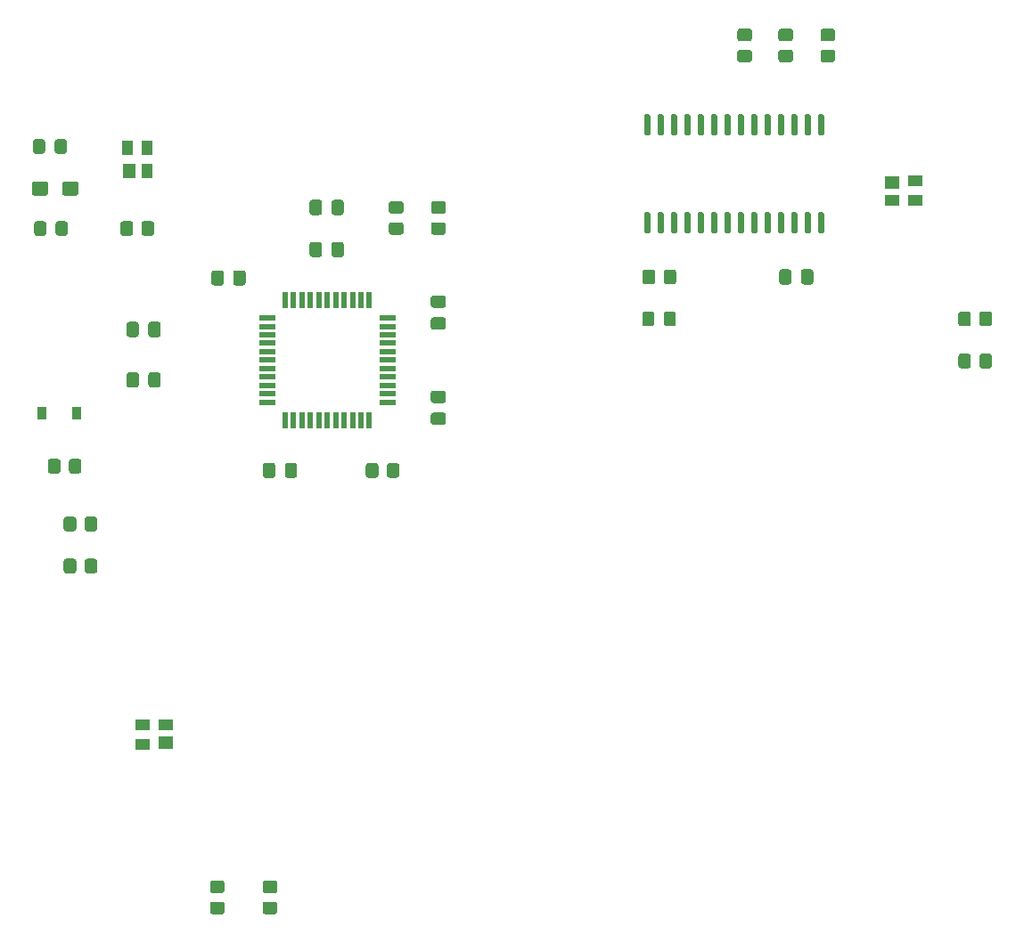
<source format=gtp>
%TF.GenerationSoftware,KiCad,Pcbnew,5.1.10-1.fc34*%
%TF.CreationDate,2021-06-27T19:23:10+03:00*%
%TF.ProjectId,poc,706f632e-6b69-4636-9164-5f7063625858,rev?*%
%TF.SameCoordinates,Original*%
%TF.FileFunction,Paste,Top*%
%TF.FilePolarity,Positive*%
%FSLAX46Y46*%
G04 Gerber Fmt 4.6, Leading zero omitted, Abs format (unit mm)*
G04 Created by KiCad (PCBNEW 5.1.10-1.fc34) date 2021-06-27 19:23:10*
%MOMM*%
%LPD*%
G01*
G04 APERTURE LIST*
%ADD10R,1.400000X1.200000*%
%ADD11R,1.400000X1.000000*%
%ADD12R,1.200000X1.400000*%
%ADD13R,1.000000X1.400000*%
%ADD14R,0.900000X1.200000*%
%ADD15R,0.550000X1.500000*%
%ADD16R,1.500000X0.550000*%
G04 APERTURE END LIST*
D10*
X85100000Y-126270000D03*
D11*
X85100000Y-124550000D03*
X82900000Y-124550000D03*
X82900000Y-126450000D03*
G36*
G01*
X75695000Y-69149999D02*
X75695000Y-70050001D01*
G75*
G02*
X75445001Y-70300000I-249999J0D01*
G01*
X74794999Y-70300000D01*
G75*
G02*
X74545000Y-70050001I0J249999D01*
G01*
X74545000Y-69149999D01*
G75*
G02*
X74794999Y-68900000I249999J0D01*
G01*
X75445001Y-68900000D01*
G75*
G02*
X75695000Y-69149999I0J-249999D01*
G01*
G37*
G36*
G01*
X73645000Y-69149999D02*
X73645000Y-70050001D01*
G75*
G02*
X73395001Y-70300000I-249999J0D01*
G01*
X72744999Y-70300000D01*
G75*
G02*
X72495000Y-70050001I0J249999D01*
G01*
X72495000Y-69149999D01*
G75*
G02*
X72744999Y-68900000I249999J0D01*
G01*
X73395001Y-68900000D01*
G75*
G02*
X73645000Y-69149999I0J-249999D01*
G01*
G37*
G36*
G01*
X95512500Y-99925000D02*
X95512500Y-100875000D01*
G75*
G02*
X95262500Y-101125000I-250000J0D01*
G01*
X94587500Y-101125000D01*
G75*
G02*
X94337500Y-100875000I0J250000D01*
G01*
X94337500Y-99925000D01*
G75*
G02*
X94587500Y-99675000I250000J0D01*
G01*
X95262500Y-99675000D01*
G75*
G02*
X95512500Y-99925000I0J-250000D01*
G01*
G37*
G36*
G01*
X97587500Y-99925000D02*
X97587500Y-100875000D01*
G75*
G02*
X97337500Y-101125000I-250000J0D01*
G01*
X96662500Y-101125000D01*
G75*
G02*
X96412500Y-100875000I0J250000D01*
G01*
X96412500Y-99925000D01*
G75*
G02*
X96662500Y-99675000I250000J0D01*
G01*
X97337500Y-99675000D01*
G75*
G02*
X97587500Y-99925000I0J-250000D01*
G01*
G37*
G36*
G01*
X163600000Y-89549999D02*
X163600000Y-90450001D01*
G75*
G02*
X163350001Y-90700000I-249999J0D01*
G01*
X162649999Y-90700000D01*
G75*
G02*
X162400000Y-90450001I0J249999D01*
G01*
X162400000Y-89549999D01*
G75*
G02*
X162649999Y-89300000I249999J0D01*
G01*
X163350001Y-89300000D01*
G75*
G02*
X163600000Y-89549999I0J-249999D01*
G01*
G37*
G36*
G01*
X161600000Y-89549999D02*
X161600000Y-90450001D01*
G75*
G02*
X161350001Y-90700000I-249999J0D01*
G01*
X160649999Y-90700000D01*
G75*
G02*
X160400000Y-90450001I0J249999D01*
G01*
X160400000Y-89549999D01*
G75*
G02*
X160649999Y-89300000I249999J0D01*
G01*
X161350001Y-89300000D01*
G75*
G02*
X161600000Y-89549999I0J-249999D01*
G01*
G37*
G36*
G01*
X147549999Y-60400000D02*
X148450001Y-60400000D01*
G75*
G02*
X148700000Y-60649999I0J-249999D01*
G01*
X148700000Y-61350001D01*
G75*
G02*
X148450001Y-61600000I-249999J0D01*
G01*
X147549999Y-61600000D01*
G75*
G02*
X147300000Y-61350001I0J249999D01*
G01*
X147300000Y-60649999D01*
G75*
G02*
X147549999Y-60400000I249999J0D01*
G01*
G37*
G36*
G01*
X147549999Y-58400000D02*
X148450001Y-58400000D01*
G75*
G02*
X148700000Y-58649999I0J-249999D01*
G01*
X148700000Y-59350001D01*
G75*
G02*
X148450001Y-59600000I-249999J0D01*
G01*
X147549999Y-59600000D01*
G75*
G02*
X147300000Y-59350001I0J249999D01*
G01*
X147300000Y-58649999D01*
G75*
G02*
X147549999Y-58400000I249999J0D01*
G01*
G37*
X156300000Y-72850000D03*
X156300000Y-74750000D03*
X154100000Y-74750000D03*
D10*
X154100000Y-73030000D03*
G36*
G01*
X77400000Y-109950001D02*
X77400000Y-109049999D01*
G75*
G02*
X77649999Y-108800000I249999J0D01*
G01*
X78350001Y-108800000D01*
G75*
G02*
X78600000Y-109049999I0J-249999D01*
G01*
X78600000Y-109950001D01*
G75*
G02*
X78350001Y-110200000I-249999J0D01*
G01*
X77649999Y-110200000D01*
G75*
G02*
X77400000Y-109950001I0J249999D01*
G01*
G37*
G36*
G01*
X75400000Y-109950001D02*
X75400000Y-109049999D01*
G75*
G02*
X75649999Y-108800000I249999J0D01*
G01*
X76350001Y-108800000D01*
G75*
G02*
X76600000Y-109049999I0J-249999D01*
G01*
X76600000Y-109950001D01*
G75*
G02*
X76350001Y-110200000I-249999J0D01*
G01*
X75649999Y-110200000D01*
G75*
G02*
X75400000Y-109950001I0J249999D01*
G01*
G37*
G36*
G01*
X90612500Y-81625000D02*
X90612500Y-82575000D01*
G75*
G02*
X90362500Y-82825000I-250000J0D01*
G01*
X89687500Y-82825000D01*
G75*
G02*
X89437500Y-82575000I0J250000D01*
G01*
X89437500Y-81625000D01*
G75*
G02*
X89687500Y-81375000I250000J0D01*
G01*
X90362500Y-81375000D01*
G75*
G02*
X90612500Y-81625000I0J-250000D01*
G01*
G37*
G36*
G01*
X92687500Y-81625000D02*
X92687500Y-82575000D01*
G75*
G02*
X92437500Y-82825000I-250000J0D01*
G01*
X91762500Y-82825000D01*
G75*
G02*
X91512500Y-82575000I0J250000D01*
G01*
X91512500Y-81625000D01*
G75*
G02*
X91762500Y-81375000I250000J0D01*
G01*
X92437500Y-81375000D01*
G75*
G02*
X92687500Y-81625000I0J-250000D01*
G01*
G37*
G36*
G01*
X75400000Y-105950001D02*
X75400000Y-105049999D01*
G75*
G02*
X75649999Y-104800000I249999J0D01*
G01*
X76350001Y-104800000D01*
G75*
G02*
X76600000Y-105049999I0J-249999D01*
G01*
X76600000Y-105950001D01*
G75*
G02*
X76350001Y-106200000I-249999J0D01*
G01*
X75649999Y-106200000D01*
G75*
G02*
X75400000Y-105950001I0J249999D01*
G01*
G37*
G36*
G01*
X77400000Y-105950001D02*
X77400000Y-105049999D01*
G75*
G02*
X77649999Y-104800000I249999J0D01*
G01*
X78350001Y-104800000D01*
G75*
G02*
X78600000Y-105049999I0J-249999D01*
G01*
X78600000Y-105950001D01*
G75*
G02*
X78350001Y-106200000I-249999J0D01*
G01*
X77649999Y-106200000D01*
G75*
G02*
X77400000Y-105950001I0J249999D01*
G01*
G37*
G36*
G01*
X76825000Y-73174999D02*
X76825000Y-74025001D01*
G75*
G02*
X76575001Y-74275000I-249999J0D01*
G01*
X75499999Y-74275000D01*
G75*
G02*
X75250000Y-74025001I0J249999D01*
G01*
X75250000Y-73174999D01*
G75*
G02*
X75499999Y-72925000I249999J0D01*
G01*
X76575001Y-72925000D01*
G75*
G02*
X76825000Y-73174999I0J-249999D01*
G01*
G37*
G36*
G01*
X73950000Y-73174999D02*
X73950000Y-74025001D01*
G75*
G02*
X73700001Y-74275000I-249999J0D01*
G01*
X72624999Y-74275000D01*
G75*
G02*
X72375000Y-74025001I0J249999D01*
G01*
X72375000Y-73174999D01*
G75*
G02*
X72624999Y-72925000I249999J0D01*
G01*
X73700001Y-72925000D01*
G75*
G02*
X73950000Y-73174999I0J-249999D01*
G01*
G37*
G36*
G01*
X82550000Y-91325000D02*
X82550000Y-92275000D01*
G75*
G02*
X82300000Y-92525000I-250000J0D01*
G01*
X81625000Y-92525000D01*
G75*
G02*
X81375000Y-92275000I0J250000D01*
G01*
X81375000Y-91325000D01*
G75*
G02*
X81625000Y-91075000I250000J0D01*
G01*
X82300000Y-91075000D01*
G75*
G02*
X82550000Y-91325000I0J-250000D01*
G01*
G37*
G36*
G01*
X84625000Y-91325000D02*
X84625000Y-92275000D01*
G75*
G02*
X84375000Y-92525000I-250000J0D01*
G01*
X83700000Y-92525000D01*
G75*
G02*
X83450000Y-92275000I0J250000D01*
G01*
X83450000Y-91325000D01*
G75*
G02*
X83700000Y-91075000I250000J0D01*
G01*
X84375000Y-91075000D01*
G75*
G02*
X84625000Y-91325000I0J-250000D01*
G01*
G37*
G36*
G01*
X84625000Y-86525000D02*
X84625000Y-87475000D01*
G75*
G02*
X84375000Y-87725000I-250000J0D01*
G01*
X83700000Y-87725000D01*
G75*
G02*
X83450000Y-87475000I0J250000D01*
G01*
X83450000Y-86525000D01*
G75*
G02*
X83700000Y-86275000I250000J0D01*
G01*
X84375000Y-86275000D01*
G75*
G02*
X84625000Y-86525000I0J-250000D01*
G01*
G37*
G36*
G01*
X82550000Y-86525000D02*
X82550000Y-87475000D01*
G75*
G02*
X82300000Y-87725000I-250000J0D01*
G01*
X81625000Y-87725000D01*
G75*
G02*
X81375000Y-87475000I0J250000D01*
G01*
X81375000Y-86525000D01*
G75*
G02*
X81625000Y-86275000I250000J0D01*
G01*
X82300000Y-86275000D01*
G75*
G02*
X82550000Y-86525000I0J-250000D01*
G01*
G37*
G36*
G01*
X98775000Y-75875000D02*
X98775000Y-74925000D01*
G75*
G02*
X99025000Y-74675000I250000J0D01*
G01*
X99700000Y-74675000D01*
G75*
G02*
X99950000Y-74925000I0J-250000D01*
G01*
X99950000Y-75875000D01*
G75*
G02*
X99700000Y-76125000I-250000J0D01*
G01*
X99025000Y-76125000D01*
G75*
G02*
X98775000Y-75875000I0J250000D01*
G01*
G37*
G36*
G01*
X100850000Y-75875000D02*
X100850000Y-74925000D01*
G75*
G02*
X101100000Y-74675000I250000J0D01*
G01*
X101775000Y-74675000D01*
G75*
G02*
X102025000Y-74925000I0J-250000D01*
G01*
X102025000Y-75875000D01*
G75*
G02*
X101775000Y-76125000I-250000J0D01*
G01*
X101100000Y-76125000D01*
G75*
G02*
X100850000Y-75875000I0J250000D01*
G01*
G37*
G36*
G01*
X111475000Y-93997500D02*
X110525000Y-93997500D01*
G75*
G02*
X110275000Y-93747500I0J250000D01*
G01*
X110275000Y-93072500D01*
G75*
G02*
X110525000Y-92822500I250000J0D01*
G01*
X111475000Y-92822500D01*
G75*
G02*
X111725000Y-93072500I0J-250000D01*
G01*
X111725000Y-93747500D01*
G75*
G02*
X111475000Y-93997500I-250000J0D01*
G01*
G37*
G36*
G01*
X111475000Y-96072500D02*
X110525000Y-96072500D01*
G75*
G02*
X110275000Y-95822500I0J250000D01*
G01*
X110275000Y-95147500D01*
G75*
G02*
X110525000Y-94897500I250000J0D01*
G01*
X111475000Y-94897500D01*
G75*
G02*
X111725000Y-95147500I0J-250000D01*
G01*
X111725000Y-95822500D01*
G75*
G02*
X111475000Y-96072500I-250000J0D01*
G01*
G37*
G36*
G01*
X98775000Y-79875000D02*
X98775000Y-78925000D01*
G75*
G02*
X99025000Y-78675000I250000J0D01*
G01*
X99700000Y-78675000D01*
G75*
G02*
X99950000Y-78925000I0J-250000D01*
G01*
X99950000Y-79875000D01*
G75*
G02*
X99700000Y-80125000I-250000J0D01*
G01*
X99025000Y-80125000D01*
G75*
G02*
X98775000Y-79875000I0J250000D01*
G01*
G37*
G36*
G01*
X100850000Y-79875000D02*
X100850000Y-78925000D01*
G75*
G02*
X101100000Y-78675000I250000J0D01*
G01*
X101775000Y-78675000D01*
G75*
G02*
X102025000Y-78925000I0J-250000D01*
G01*
X102025000Y-79875000D01*
G75*
G02*
X101775000Y-80125000I-250000J0D01*
G01*
X101100000Y-80125000D01*
G75*
G02*
X100850000Y-79875000I0J250000D01*
G01*
G37*
G36*
G01*
X110525000Y-83775000D02*
X111475000Y-83775000D01*
G75*
G02*
X111725000Y-84025000I0J-250000D01*
G01*
X111725000Y-84700000D01*
G75*
G02*
X111475000Y-84950000I-250000J0D01*
G01*
X110525000Y-84950000D01*
G75*
G02*
X110275000Y-84700000I0J250000D01*
G01*
X110275000Y-84025000D01*
G75*
G02*
X110525000Y-83775000I250000J0D01*
G01*
G37*
G36*
G01*
X110525000Y-85850000D02*
X111475000Y-85850000D01*
G75*
G02*
X111725000Y-86100000I0J-250000D01*
G01*
X111725000Y-86775000D01*
G75*
G02*
X111475000Y-87025000I-250000J0D01*
G01*
X110525000Y-87025000D01*
G75*
G02*
X110275000Y-86775000I0J250000D01*
G01*
X110275000Y-86100000D01*
G75*
G02*
X110525000Y-85850000I250000J0D01*
G01*
G37*
D12*
X81630000Y-71900000D03*
D13*
X83350000Y-71900000D03*
X83350000Y-69700000D03*
X81450000Y-69700000D03*
D14*
X73350000Y-95000000D03*
X76650000Y-95000000D03*
G36*
G01*
X74650000Y-77850001D02*
X74650000Y-76949999D01*
G75*
G02*
X74899999Y-76700000I249999J0D01*
G01*
X75550001Y-76700000D01*
G75*
G02*
X75800000Y-76949999I0J-249999D01*
G01*
X75800000Y-77850001D01*
G75*
G02*
X75550001Y-78100000I-249999J0D01*
G01*
X74899999Y-78100000D01*
G75*
G02*
X74650000Y-77850001I0J249999D01*
G01*
G37*
G36*
G01*
X72600000Y-77850001D02*
X72600000Y-76949999D01*
G75*
G02*
X72849999Y-76700000I249999J0D01*
G01*
X73500001Y-76700000D01*
G75*
G02*
X73750000Y-76949999I0J-249999D01*
G01*
X73750000Y-77850001D01*
G75*
G02*
X73500001Y-78100000I-249999J0D01*
G01*
X72849999Y-78100000D01*
G75*
G02*
X72600000Y-77850001I0J249999D01*
G01*
G37*
G36*
G01*
X133575000Y-85549999D02*
X133575000Y-86450001D01*
G75*
G02*
X133325001Y-86700000I-249999J0D01*
G01*
X132674999Y-86700000D01*
G75*
G02*
X132425000Y-86450001I0J249999D01*
G01*
X132425000Y-85549999D01*
G75*
G02*
X132674999Y-85300000I249999J0D01*
G01*
X133325001Y-85300000D01*
G75*
G02*
X133575000Y-85549999I0J-249999D01*
G01*
G37*
G36*
G01*
X131525000Y-85549999D02*
X131525000Y-86450001D01*
G75*
G02*
X131275001Y-86700000I-249999J0D01*
G01*
X130624999Y-86700000D01*
G75*
G02*
X130375000Y-86450001I0J249999D01*
G01*
X130375000Y-85549999D01*
G75*
G02*
X130624999Y-85300000I249999J0D01*
G01*
X131275001Y-85300000D01*
G75*
G02*
X131525000Y-85549999I0J-249999D01*
G01*
G37*
G36*
G01*
X107450001Y-76000000D02*
X106549999Y-76000000D01*
G75*
G02*
X106300000Y-75750001I0J249999D01*
G01*
X106300000Y-75049999D01*
G75*
G02*
X106549999Y-74800000I249999J0D01*
G01*
X107450001Y-74800000D01*
G75*
G02*
X107700000Y-75049999I0J-249999D01*
G01*
X107700000Y-75750001D01*
G75*
G02*
X107450001Y-76000000I-249999J0D01*
G01*
G37*
G36*
G01*
X107450001Y-78000000D02*
X106549999Y-78000000D01*
G75*
G02*
X106300000Y-77750001I0J249999D01*
G01*
X106300000Y-77049999D01*
G75*
G02*
X106549999Y-76800000I249999J0D01*
G01*
X107450001Y-76800000D01*
G75*
G02*
X107700000Y-77049999I0J-249999D01*
G01*
X107700000Y-77750001D01*
G75*
G02*
X107450001Y-78000000I-249999J0D01*
G01*
G37*
G36*
G01*
X110549999Y-74800000D02*
X111450001Y-74800000D01*
G75*
G02*
X111700000Y-75049999I0J-249999D01*
G01*
X111700000Y-75750001D01*
G75*
G02*
X111450001Y-76000000I-249999J0D01*
G01*
X110549999Y-76000000D01*
G75*
G02*
X110300000Y-75750001I0J249999D01*
G01*
X110300000Y-75049999D01*
G75*
G02*
X110549999Y-74800000I249999J0D01*
G01*
G37*
G36*
G01*
X110549999Y-76800000D02*
X111450001Y-76800000D01*
G75*
G02*
X111700000Y-77049999I0J-249999D01*
G01*
X111700000Y-77750001D01*
G75*
G02*
X111450001Y-78000000I-249999J0D01*
G01*
X110549999Y-78000000D01*
G75*
G02*
X110300000Y-77750001I0J249999D01*
G01*
X110300000Y-77049999D01*
G75*
G02*
X110549999Y-76800000I249999J0D01*
G01*
G37*
G36*
G01*
X73900000Y-100450001D02*
X73900000Y-99549999D01*
G75*
G02*
X74149999Y-99300000I249999J0D01*
G01*
X74850001Y-99300000D01*
G75*
G02*
X75100000Y-99549999I0J-249999D01*
G01*
X75100000Y-100450001D01*
G75*
G02*
X74850001Y-100700000I-249999J0D01*
G01*
X74149999Y-100700000D01*
G75*
G02*
X73900000Y-100450001I0J249999D01*
G01*
G37*
G36*
G01*
X75900000Y-100450001D02*
X75900000Y-99549999D01*
G75*
G02*
X76149999Y-99300000I249999J0D01*
G01*
X76850001Y-99300000D01*
G75*
G02*
X77100000Y-99549999I0J-249999D01*
G01*
X77100000Y-100450001D01*
G75*
G02*
X76850001Y-100700000I-249999J0D01*
G01*
X76149999Y-100700000D01*
G75*
G02*
X75900000Y-100450001I0J249999D01*
G01*
G37*
G36*
G01*
X105300000Y-99949999D02*
X105300000Y-100850001D01*
G75*
G02*
X105050001Y-101100000I-249999J0D01*
G01*
X104349999Y-101100000D01*
G75*
G02*
X104100000Y-100850001I0J249999D01*
G01*
X104100000Y-99949999D01*
G75*
G02*
X104349999Y-99700000I249999J0D01*
G01*
X105050001Y-99700000D01*
G75*
G02*
X105300000Y-99949999I0J-249999D01*
G01*
G37*
G36*
G01*
X107300000Y-99949999D02*
X107300000Y-100850001D01*
G75*
G02*
X107050001Y-101100000I-249999J0D01*
G01*
X106349999Y-101100000D01*
G75*
G02*
X106100000Y-100850001I0J249999D01*
G01*
X106100000Y-99949999D01*
G75*
G02*
X106349999Y-99700000I249999J0D01*
G01*
X107050001Y-99700000D01*
G75*
G02*
X107300000Y-99949999I0J-249999D01*
G01*
G37*
G36*
G01*
X84000000Y-76949999D02*
X84000000Y-77850001D01*
G75*
G02*
X83750001Y-78100000I-249999J0D01*
G01*
X83049999Y-78100000D01*
G75*
G02*
X82800000Y-77850001I0J249999D01*
G01*
X82800000Y-76949999D01*
G75*
G02*
X83049999Y-76700000I249999J0D01*
G01*
X83750001Y-76700000D01*
G75*
G02*
X84000000Y-76949999I0J-249999D01*
G01*
G37*
G36*
G01*
X82000000Y-76949999D02*
X82000000Y-77850001D01*
G75*
G02*
X81750001Y-78100000I-249999J0D01*
G01*
X81049999Y-78100000D01*
G75*
G02*
X80800000Y-77850001I0J249999D01*
G01*
X80800000Y-76949999D01*
G75*
G02*
X81049999Y-76700000I249999J0D01*
G01*
X81750001Y-76700000D01*
G75*
G02*
X82000000Y-76949999I0J-249999D01*
G01*
G37*
G36*
G01*
X90450001Y-142600000D02*
X89549999Y-142600000D01*
G75*
G02*
X89300000Y-142350001I0J249999D01*
G01*
X89300000Y-141649999D01*
G75*
G02*
X89549999Y-141400000I249999J0D01*
G01*
X90450001Y-141400000D01*
G75*
G02*
X90700000Y-141649999I0J-249999D01*
G01*
X90700000Y-142350001D01*
G75*
G02*
X90450001Y-142600000I-249999J0D01*
G01*
G37*
G36*
G01*
X90450001Y-140600000D02*
X89549999Y-140600000D01*
G75*
G02*
X89300000Y-140350001I0J249999D01*
G01*
X89300000Y-139649999D01*
G75*
G02*
X89549999Y-139400000I249999J0D01*
G01*
X90450001Y-139400000D01*
G75*
G02*
X90700000Y-139649999I0J-249999D01*
G01*
X90700000Y-140350001D01*
G75*
G02*
X90450001Y-140600000I-249999J0D01*
G01*
G37*
G36*
G01*
X95450001Y-140600000D02*
X94549999Y-140600000D01*
G75*
G02*
X94300000Y-140350001I0J249999D01*
G01*
X94300000Y-139649999D01*
G75*
G02*
X94549999Y-139400000I249999J0D01*
G01*
X95450001Y-139400000D01*
G75*
G02*
X95700000Y-139649999I0J-249999D01*
G01*
X95700000Y-140350001D01*
G75*
G02*
X95450001Y-140600000I-249999J0D01*
G01*
G37*
G36*
G01*
X95450001Y-142600000D02*
X94549999Y-142600000D01*
G75*
G02*
X94300000Y-142350001I0J249999D01*
G01*
X94300000Y-141649999D01*
G75*
G02*
X94549999Y-141400000I249999J0D01*
G01*
X95450001Y-141400000D01*
G75*
G02*
X95700000Y-141649999I0J-249999D01*
G01*
X95700000Y-142350001D01*
G75*
G02*
X95450001Y-142600000I-249999J0D01*
G01*
G37*
G36*
G01*
X139649999Y-58400000D02*
X140550001Y-58400000D01*
G75*
G02*
X140800000Y-58649999I0J-249999D01*
G01*
X140800000Y-59350001D01*
G75*
G02*
X140550001Y-59600000I-249999J0D01*
G01*
X139649999Y-59600000D01*
G75*
G02*
X139400000Y-59350001I0J249999D01*
G01*
X139400000Y-58649999D01*
G75*
G02*
X139649999Y-58400000I249999J0D01*
G01*
G37*
G36*
G01*
X139649999Y-60400000D02*
X140550001Y-60400000D01*
G75*
G02*
X140800000Y-60649999I0J-249999D01*
G01*
X140800000Y-61350001D01*
G75*
G02*
X140550001Y-61600000I-249999J0D01*
G01*
X139649999Y-61600000D01*
G75*
G02*
X139400000Y-61350001I0J249999D01*
G01*
X139400000Y-60649999D01*
G75*
G02*
X139649999Y-60400000I249999J0D01*
G01*
G37*
G36*
G01*
X144450001Y-61600000D02*
X143549999Y-61600000D01*
G75*
G02*
X143300000Y-61350001I0J249999D01*
G01*
X143300000Y-60649999D01*
G75*
G02*
X143549999Y-60400000I249999J0D01*
G01*
X144450001Y-60400000D01*
G75*
G02*
X144700000Y-60649999I0J-249999D01*
G01*
X144700000Y-61350001D01*
G75*
G02*
X144450001Y-61600000I-249999J0D01*
G01*
G37*
G36*
G01*
X144450001Y-59600000D02*
X143549999Y-59600000D01*
G75*
G02*
X143300000Y-59350001I0J249999D01*
G01*
X143300000Y-58649999D01*
G75*
G02*
X143549999Y-58400000I249999J0D01*
G01*
X144450001Y-58400000D01*
G75*
G02*
X144700000Y-58649999I0J-249999D01*
G01*
X144700000Y-59350001D01*
G75*
G02*
X144450001Y-59600000I-249999J0D01*
G01*
G37*
G36*
G01*
X131600000Y-81549999D02*
X131600000Y-82450001D01*
G75*
G02*
X131350001Y-82700000I-249999J0D01*
G01*
X130649999Y-82700000D01*
G75*
G02*
X130400000Y-82450001I0J249999D01*
G01*
X130400000Y-81549999D01*
G75*
G02*
X130649999Y-81300000I249999J0D01*
G01*
X131350001Y-81300000D01*
G75*
G02*
X131600000Y-81549999I0J-249999D01*
G01*
G37*
G36*
G01*
X133600000Y-81549999D02*
X133600000Y-82450001D01*
G75*
G02*
X133350001Y-82700000I-249999J0D01*
G01*
X132649999Y-82700000D01*
G75*
G02*
X132400000Y-82450001I0J249999D01*
G01*
X132400000Y-81549999D01*
G75*
G02*
X132649999Y-81300000I249999J0D01*
G01*
X133350001Y-81300000D01*
G75*
G02*
X133600000Y-81549999I0J-249999D01*
G01*
G37*
G36*
G01*
X161600000Y-85549999D02*
X161600000Y-86450001D01*
G75*
G02*
X161350001Y-86700000I-249999J0D01*
G01*
X160649999Y-86700000D01*
G75*
G02*
X160400000Y-86450001I0J249999D01*
G01*
X160400000Y-85549999D01*
G75*
G02*
X160649999Y-85300000I249999J0D01*
G01*
X161350001Y-85300000D01*
G75*
G02*
X161600000Y-85549999I0J-249999D01*
G01*
G37*
G36*
G01*
X163600000Y-85549999D02*
X163600000Y-86450001D01*
G75*
G02*
X163350001Y-86700000I-249999J0D01*
G01*
X162649999Y-86700000D01*
G75*
G02*
X162400000Y-86450001I0J249999D01*
G01*
X162400000Y-85549999D01*
G75*
G02*
X162649999Y-85300000I249999J0D01*
G01*
X163350001Y-85300000D01*
G75*
G02*
X163600000Y-85549999I0J-249999D01*
G01*
G37*
D15*
X104450000Y-84210000D03*
X103650000Y-84210000D03*
X102850000Y-84210000D03*
X102050000Y-84210000D03*
X101250000Y-84210000D03*
X100450000Y-84210000D03*
X99650000Y-84210000D03*
X98850000Y-84210000D03*
X98050000Y-84210000D03*
X97250000Y-84210000D03*
X96450000Y-84210000D03*
D16*
X94750000Y-85910000D03*
X94750000Y-86710000D03*
X94750000Y-87510000D03*
X94750000Y-88310000D03*
X94750000Y-89110000D03*
X94750000Y-89910000D03*
X94750000Y-90710000D03*
X94750000Y-91510000D03*
X94750000Y-92310000D03*
X94750000Y-93110000D03*
X94750000Y-93910000D03*
D15*
X96450000Y-95610000D03*
X97250000Y-95610000D03*
X98050000Y-95610000D03*
X98850000Y-95610000D03*
X99650000Y-95610000D03*
X100450000Y-95610000D03*
X101250000Y-95610000D03*
X102050000Y-95610000D03*
X102850000Y-95610000D03*
X103650000Y-95610000D03*
X104450000Y-95610000D03*
D16*
X106150000Y-93910000D03*
X106150000Y-93110000D03*
X106150000Y-92310000D03*
X106150000Y-91510000D03*
X106150000Y-90710000D03*
X106150000Y-89910000D03*
X106150000Y-89110000D03*
X106150000Y-88310000D03*
X106150000Y-87510000D03*
X106150000Y-86710000D03*
X106150000Y-85910000D03*
G36*
G01*
X130995000Y-77875000D02*
X130695000Y-77875000D01*
G75*
G02*
X130545000Y-77725000I0J150000D01*
G01*
X130545000Y-75975000D01*
G75*
G02*
X130695000Y-75825000I150000J0D01*
G01*
X130995000Y-75825000D01*
G75*
G02*
X131145000Y-75975000I0J-150000D01*
G01*
X131145000Y-77725000D01*
G75*
G02*
X130995000Y-77875000I-150000J0D01*
G01*
G37*
G36*
G01*
X132265000Y-77875000D02*
X131965000Y-77875000D01*
G75*
G02*
X131815000Y-77725000I0J150000D01*
G01*
X131815000Y-75975000D01*
G75*
G02*
X131965000Y-75825000I150000J0D01*
G01*
X132265000Y-75825000D01*
G75*
G02*
X132415000Y-75975000I0J-150000D01*
G01*
X132415000Y-77725000D01*
G75*
G02*
X132265000Y-77875000I-150000J0D01*
G01*
G37*
G36*
G01*
X133535000Y-77875000D02*
X133235000Y-77875000D01*
G75*
G02*
X133085000Y-77725000I0J150000D01*
G01*
X133085000Y-75975000D01*
G75*
G02*
X133235000Y-75825000I150000J0D01*
G01*
X133535000Y-75825000D01*
G75*
G02*
X133685000Y-75975000I0J-150000D01*
G01*
X133685000Y-77725000D01*
G75*
G02*
X133535000Y-77875000I-150000J0D01*
G01*
G37*
G36*
G01*
X134805000Y-77875000D02*
X134505000Y-77875000D01*
G75*
G02*
X134355000Y-77725000I0J150000D01*
G01*
X134355000Y-75975000D01*
G75*
G02*
X134505000Y-75825000I150000J0D01*
G01*
X134805000Y-75825000D01*
G75*
G02*
X134955000Y-75975000I0J-150000D01*
G01*
X134955000Y-77725000D01*
G75*
G02*
X134805000Y-77875000I-150000J0D01*
G01*
G37*
G36*
G01*
X136075000Y-77875000D02*
X135775000Y-77875000D01*
G75*
G02*
X135625000Y-77725000I0J150000D01*
G01*
X135625000Y-75975000D01*
G75*
G02*
X135775000Y-75825000I150000J0D01*
G01*
X136075000Y-75825000D01*
G75*
G02*
X136225000Y-75975000I0J-150000D01*
G01*
X136225000Y-77725000D01*
G75*
G02*
X136075000Y-77875000I-150000J0D01*
G01*
G37*
G36*
G01*
X137345000Y-77875000D02*
X137045000Y-77875000D01*
G75*
G02*
X136895000Y-77725000I0J150000D01*
G01*
X136895000Y-75975000D01*
G75*
G02*
X137045000Y-75825000I150000J0D01*
G01*
X137345000Y-75825000D01*
G75*
G02*
X137495000Y-75975000I0J-150000D01*
G01*
X137495000Y-77725000D01*
G75*
G02*
X137345000Y-77875000I-150000J0D01*
G01*
G37*
G36*
G01*
X138615000Y-77875000D02*
X138315000Y-77875000D01*
G75*
G02*
X138165000Y-77725000I0J150000D01*
G01*
X138165000Y-75975000D01*
G75*
G02*
X138315000Y-75825000I150000J0D01*
G01*
X138615000Y-75825000D01*
G75*
G02*
X138765000Y-75975000I0J-150000D01*
G01*
X138765000Y-77725000D01*
G75*
G02*
X138615000Y-77875000I-150000J0D01*
G01*
G37*
G36*
G01*
X139885000Y-77875000D02*
X139585000Y-77875000D01*
G75*
G02*
X139435000Y-77725000I0J150000D01*
G01*
X139435000Y-75975000D01*
G75*
G02*
X139585000Y-75825000I150000J0D01*
G01*
X139885000Y-75825000D01*
G75*
G02*
X140035000Y-75975000I0J-150000D01*
G01*
X140035000Y-77725000D01*
G75*
G02*
X139885000Y-77875000I-150000J0D01*
G01*
G37*
G36*
G01*
X141155000Y-77875000D02*
X140855000Y-77875000D01*
G75*
G02*
X140705000Y-77725000I0J150000D01*
G01*
X140705000Y-75975000D01*
G75*
G02*
X140855000Y-75825000I150000J0D01*
G01*
X141155000Y-75825000D01*
G75*
G02*
X141305000Y-75975000I0J-150000D01*
G01*
X141305000Y-77725000D01*
G75*
G02*
X141155000Y-77875000I-150000J0D01*
G01*
G37*
G36*
G01*
X142425000Y-77875000D02*
X142125000Y-77875000D01*
G75*
G02*
X141975000Y-77725000I0J150000D01*
G01*
X141975000Y-75975000D01*
G75*
G02*
X142125000Y-75825000I150000J0D01*
G01*
X142425000Y-75825000D01*
G75*
G02*
X142575000Y-75975000I0J-150000D01*
G01*
X142575000Y-77725000D01*
G75*
G02*
X142425000Y-77875000I-150000J0D01*
G01*
G37*
G36*
G01*
X143695000Y-77875000D02*
X143395000Y-77875000D01*
G75*
G02*
X143245000Y-77725000I0J150000D01*
G01*
X143245000Y-75975000D01*
G75*
G02*
X143395000Y-75825000I150000J0D01*
G01*
X143695000Y-75825000D01*
G75*
G02*
X143845000Y-75975000I0J-150000D01*
G01*
X143845000Y-77725000D01*
G75*
G02*
X143695000Y-77875000I-150000J0D01*
G01*
G37*
G36*
G01*
X144965000Y-77875000D02*
X144665000Y-77875000D01*
G75*
G02*
X144515000Y-77725000I0J150000D01*
G01*
X144515000Y-75975000D01*
G75*
G02*
X144665000Y-75825000I150000J0D01*
G01*
X144965000Y-75825000D01*
G75*
G02*
X145115000Y-75975000I0J-150000D01*
G01*
X145115000Y-77725000D01*
G75*
G02*
X144965000Y-77875000I-150000J0D01*
G01*
G37*
G36*
G01*
X146235000Y-77875000D02*
X145935000Y-77875000D01*
G75*
G02*
X145785000Y-77725000I0J150000D01*
G01*
X145785000Y-75975000D01*
G75*
G02*
X145935000Y-75825000I150000J0D01*
G01*
X146235000Y-75825000D01*
G75*
G02*
X146385000Y-75975000I0J-150000D01*
G01*
X146385000Y-77725000D01*
G75*
G02*
X146235000Y-77875000I-150000J0D01*
G01*
G37*
G36*
G01*
X147505000Y-77875000D02*
X147205000Y-77875000D01*
G75*
G02*
X147055000Y-77725000I0J150000D01*
G01*
X147055000Y-75975000D01*
G75*
G02*
X147205000Y-75825000I150000J0D01*
G01*
X147505000Y-75825000D01*
G75*
G02*
X147655000Y-75975000I0J-150000D01*
G01*
X147655000Y-77725000D01*
G75*
G02*
X147505000Y-77875000I-150000J0D01*
G01*
G37*
G36*
G01*
X147505000Y-68575000D02*
X147205000Y-68575000D01*
G75*
G02*
X147055000Y-68425000I0J150000D01*
G01*
X147055000Y-66675000D01*
G75*
G02*
X147205000Y-66525000I150000J0D01*
G01*
X147505000Y-66525000D01*
G75*
G02*
X147655000Y-66675000I0J-150000D01*
G01*
X147655000Y-68425000D01*
G75*
G02*
X147505000Y-68575000I-150000J0D01*
G01*
G37*
G36*
G01*
X146235000Y-68575000D02*
X145935000Y-68575000D01*
G75*
G02*
X145785000Y-68425000I0J150000D01*
G01*
X145785000Y-66675000D01*
G75*
G02*
X145935000Y-66525000I150000J0D01*
G01*
X146235000Y-66525000D01*
G75*
G02*
X146385000Y-66675000I0J-150000D01*
G01*
X146385000Y-68425000D01*
G75*
G02*
X146235000Y-68575000I-150000J0D01*
G01*
G37*
G36*
G01*
X144965000Y-68575000D02*
X144665000Y-68575000D01*
G75*
G02*
X144515000Y-68425000I0J150000D01*
G01*
X144515000Y-66675000D01*
G75*
G02*
X144665000Y-66525000I150000J0D01*
G01*
X144965000Y-66525000D01*
G75*
G02*
X145115000Y-66675000I0J-150000D01*
G01*
X145115000Y-68425000D01*
G75*
G02*
X144965000Y-68575000I-150000J0D01*
G01*
G37*
G36*
G01*
X143695000Y-68575000D02*
X143395000Y-68575000D01*
G75*
G02*
X143245000Y-68425000I0J150000D01*
G01*
X143245000Y-66675000D01*
G75*
G02*
X143395000Y-66525000I150000J0D01*
G01*
X143695000Y-66525000D01*
G75*
G02*
X143845000Y-66675000I0J-150000D01*
G01*
X143845000Y-68425000D01*
G75*
G02*
X143695000Y-68575000I-150000J0D01*
G01*
G37*
G36*
G01*
X142425000Y-68575000D02*
X142125000Y-68575000D01*
G75*
G02*
X141975000Y-68425000I0J150000D01*
G01*
X141975000Y-66675000D01*
G75*
G02*
X142125000Y-66525000I150000J0D01*
G01*
X142425000Y-66525000D01*
G75*
G02*
X142575000Y-66675000I0J-150000D01*
G01*
X142575000Y-68425000D01*
G75*
G02*
X142425000Y-68575000I-150000J0D01*
G01*
G37*
G36*
G01*
X141155000Y-68575000D02*
X140855000Y-68575000D01*
G75*
G02*
X140705000Y-68425000I0J150000D01*
G01*
X140705000Y-66675000D01*
G75*
G02*
X140855000Y-66525000I150000J0D01*
G01*
X141155000Y-66525000D01*
G75*
G02*
X141305000Y-66675000I0J-150000D01*
G01*
X141305000Y-68425000D01*
G75*
G02*
X141155000Y-68575000I-150000J0D01*
G01*
G37*
G36*
G01*
X139885000Y-68575000D02*
X139585000Y-68575000D01*
G75*
G02*
X139435000Y-68425000I0J150000D01*
G01*
X139435000Y-66675000D01*
G75*
G02*
X139585000Y-66525000I150000J0D01*
G01*
X139885000Y-66525000D01*
G75*
G02*
X140035000Y-66675000I0J-150000D01*
G01*
X140035000Y-68425000D01*
G75*
G02*
X139885000Y-68575000I-150000J0D01*
G01*
G37*
G36*
G01*
X138615000Y-68575000D02*
X138315000Y-68575000D01*
G75*
G02*
X138165000Y-68425000I0J150000D01*
G01*
X138165000Y-66675000D01*
G75*
G02*
X138315000Y-66525000I150000J0D01*
G01*
X138615000Y-66525000D01*
G75*
G02*
X138765000Y-66675000I0J-150000D01*
G01*
X138765000Y-68425000D01*
G75*
G02*
X138615000Y-68575000I-150000J0D01*
G01*
G37*
G36*
G01*
X137345000Y-68575000D02*
X137045000Y-68575000D01*
G75*
G02*
X136895000Y-68425000I0J150000D01*
G01*
X136895000Y-66675000D01*
G75*
G02*
X137045000Y-66525000I150000J0D01*
G01*
X137345000Y-66525000D01*
G75*
G02*
X137495000Y-66675000I0J-150000D01*
G01*
X137495000Y-68425000D01*
G75*
G02*
X137345000Y-68575000I-150000J0D01*
G01*
G37*
G36*
G01*
X136075000Y-68575000D02*
X135775000Y-68575000D01*
G75*
G02*
X135625000Y-68425000I0J150000D01*
G01*
X135625000Y-66675000D01*
G75*
G02*
X135775000Y-66525000I150000J0D01*
G01*
X136075000Y-66525000D01*
G75*
G02*
X136225000Y-66675000I0J-150000D01*
G01*
X136225000Y-68425000D01*
G75*
G02*
X136075000Y-68575000I-150000J0D01*
G01*
G37*
G36*
G01*
X134805000Y-68575000D02*
X134505000Y-68575000D01*
G75*
G02*
X134355000Y-68425000I0J150000D01*
G01*
X134355000Y-66675000D01*
G75*
G02*
X134505000Y-66525000I150000J0D01*
G01*
X134805000Y-66525000D01*
G75*
G02*
X134955000Y-66675000I0J-150000D01*
G01*
X134955000Y-68425000D01*
G75*
G02*
X134805000Y-68575000I-150000J0D01*
G01*
G37*
G36*
G01*
X133535000Y-68575000D02*
X133235000Y-68575000D01*
G75*
G02*
X133085000Y-68425000I0J150000D01*
G01*
X133085000Y-66675000D01*
G75*
G02*
X133235000Y-66525000I150000J0D01*
G01*
X133535000Y-66525000D01*
G75*
G02*
X133685000Y-66675000I0J-150000D01*
G01*
X133685000Y-68425000D01*
G75*
G02*
X133535000Y-68575000I-150000J0D01*
G01*
G37*
G36*
G01*
X132265000Y-68575000D02*
X131965000Y-68575000D01*
G75*
G02*
X131815000Y-68425000I0J150000D01*
G01*
X131815000Y-66675000D01*
G75*
G02*
X131965000Y-66525000I150000J0D01*
G01*
X132265000Y-66525000D01*
G75*
G02*
X132415000Y-66675000I0J-150000D01*
G01*
X132415000Y-68425000D01*
G75*
G02*
X132265000Y-68575000I-150000J0D01*
G01*
G37*
G36*
G01*
X130995000Y-68575000D02*
X130695000Y-68575000D01*
G75*
G02*
X130545000Y-68425000I0J150000D01*
G01*
X130545000Y-66675000D01*
G75*
G02*
X130695000Y-66525000I150000J0D01*
G01*
X130995000Y-66525000D01*
G75*
G02*
X131145000Y-66675000I0J-150000D01*
G01*
X131145000Y-68425000D01*
G75*
G02*
X130995000Y-68575000I-150000J0D01*
G01*
G37*
G36*
G01*
X143375000Y-82475000D02*
X143375000Y-81525000D01*
G75*
G02*
X143625000Y-81275000I250000J0D01*
G01*
X144300000Y-81275000D01*
G75*
G02*
X144550000Y-81525000I0J-250000D01*
G01*
X144550000Y-82475000D01*
G75*
G02*
X144300000Y-82725000I-250000J0D01*
G01*
X143625000Y-82725000D01*
G75*
G02*
X143375000Y-82475000I0J250000D01*
G01*
G37*
G36*
G01*
X145450000Y-82475000D02*
X145450000Y-81525000D01*
G75*
G02*
X145700000Y-81275000I250000J0D01*
G01*
X146375000Y-81275000D01*
G75*
G02*
X146625000Y-81525000I0J-250000D01*
G01*
X146625000Y-82475000D01*
G75*
G02*
X146375000Y-82725000I-250000J0D01*
G01*
X145700000Y-82725000D01*
G75*
G02*
X145450000Y-82475000I0J250000D01*
G01*
G37*
M02*

</source>
